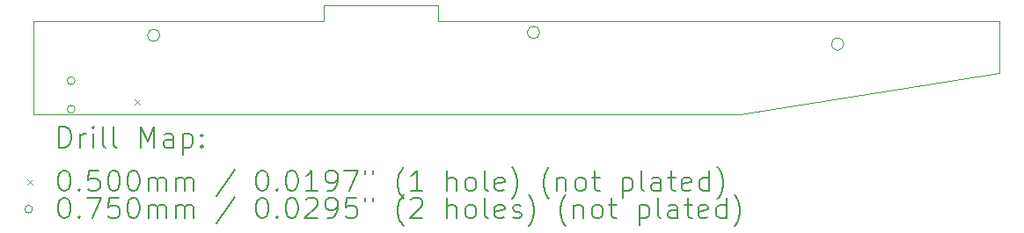
<source format=gbr>
%TF.GenerationSoftware,KiCad,Pcbnew,6.0.9-8da3e8f707~116~ubuntu22.04.1*%
%TF.CreationDate,2022-12-05T14:03:31-05:00*%
%TF.ProjectId,OSSG_v0p5,4f535347-5f76-4307-9035-2e6b69636164,v0.4*%
%TF.SameCoordinates,Original*%
%TF.FileFunction,Drillmap*%
%TF.FilePolarity,Positive*%
%FSLAX45Y45*%
G04 Gerber Fmt 4.5, Leading zero omitted, Abs format (unit mm)*
G04 Created by KiCad (PCBNEW 6.0.9-8da3e8f707~116~ubuntu22.04.1) date 2022-12-05 14:03:31*
%MOMM*%
%LPD*%
G01*
G04 APERTURE LIST*
%ADD10C,0.100000*%
%ADD11C,0.200000*%
%ADD12C,0.050000*%
%ADD13C,0.075000*%
G04 APERTURE END LIST*
D10*
X7920000Y-7635000D02*
G75*
G03*
X7920000Y-7635000I-60000J0D01*
G01*
X6700000Y-8400000D02*
X6700000Y-7500000D01*
X6700000Y-7500000D02*
X9500000Y-7500000D01*
X10600000Y-7350000D02*
X10600000Y-7500000D01*
X14502500Y-7720000D02*
G75*
G03*
X14502500Y-7720000I-60000J0D01*
G01*
X9500000Y-7350000D02*
X10600000Y-7350000D01*
X10600000Y-7500000D02*
X16000000Y-7500000D01*
X6700000Y-8400000D02*
X13500000Y-8400000D01*
X13500000Y-8400000D02*
X16000000Y-8000000D01*
X11575000Y-7607500D02*
G75*
G03*
X11575000Y-7607500I-60000J0D01*
G01*
X16000000Y-8000000D02*
X16000000Y-7500000D01*
X9500000Y-7500000D02*
X9500000Y-7350000D01*
D11*
D12*
X7675000Y-8255000D02*
X7725000Y-8305000D01*
X7725000Y-8255000D02*
X7675000Y-8305000D01*
D13*
X7102500Y-8072500D02*
G75*
G03*
X7102500Y-8072500I-37500J0D01*
G01*
X7102500Y-8347500D02*
G75*
G03*
X7102500Y-8347500I-37500J0D01*
G01*
D11*
X6952619Y-8715476D02*
X6952619Y-8515476D01*
X7000238Y-8515476D01*
X7028809Y-8525000D01*
X7047857Y-8544048D01*
X7057381Y-8563095D01*
X7066905Y-8601190D01*
X7066905Y-8629762D01*
X7057381Y-8667857D01*
X7047857Y-8686905D01*
X7028809Y-8705952D01*
X7000238Y-8715476D01*
X6952619Y-8715476D01*
X7152619Y-8715476D02*
X7152619Y-8582143D01*
X7152619Y-8620238D02*
X7162143Y-8601190D01*
X7171667Y-8591667D01*
X7190714Y-8582143D01*
X7209762Y-8582143D01*
X7276428Y-8715476D02*
X7276428Y-8582143D01*
X7276428Y-8515476D02*
X7266905Y-8525000D01*
X7276428Y-8534524D01*
X7285952Y-8525000D01*
X7276428Y-8515476D01*
X7276428Y-8534524D01*
X7400238Y-8715476D02*
X7381190Y-8705952D01*
X7371667Y-8686905D01*
X7371667Y-8515476D01*
X7505000Y-8715476D02*
X7485952Y-8705952D01*
X7476428Y-8686905D01*
X7476428Y-8515476D01*
X7733571Y-8715476D02*
X7733571Y-8515476D01*
X7800238Y-8658333D01*
X7866905Y-8515476D01*
X7866905Y-8715476D01*
X8047857Y-8715476D02*
X8047857Y-8610714D01*
X8038333Y-8591667D01*
X8019286Y-8582143D01*
X7981190Y-8582143D01*
X7962143Y-8591667D01*
X8047857Y-8705952D02*
X8028809Y-8715476D01*
X7981190Y-8715476D01*
X7962143Y-8705952D01*
X7952619Y-8686905D01*
X7952619Y-8667857D01*
X7962143Y-8648810D01*
X7981190Y-8639286D01*
X8028809Y-8639286D01*
X8047857Y-8629762D01*
X8143095Y-8582143D02*
X8143095Y-8782143D01*
X8143095Y-8591667D02*
X8162143Y-8582143D01*
X8200238Y-8582143D01*
X8219286Y-8591667D01*
X8228809Y-8601190D01*
X8238333Y-8620238D01*
X8238333Y-8677381D01*
X8228809Y-8696429D01*
X8219286Y-8705952D01*
X8200238Y-8715476D01*
X8162143Y-8715476D01*
X8143095Y-8705952D01*
X8324048Y-8696429D02*
X8333571Y-8705952D01*
X8324048Y-8715476D01*
X8314524Y-8705952D01*
X8324048Y-8696429D01*
X8324048Y-8715476D01*
X8324048Y-8591667D02*
X8333571Y-8601190D01*
X8324048Y-8610714D01*
X8314524Y-8601190D01*
X8324048Y-8591667D01*
X8324048Y-8610714D01*
D12*
X6645000Y-9020000D02*
X6695000Y-9070000D01*
X6695000Y-9020000D02*
X6645000Y-9070000D01*
D11*
X6990714Y-8935476D02*
X7009762Y-8935476D01*
X7028809Y-8945000D01*
X7038333Y-8954524D01*
X7047857Y-8973571D01*
X7057381Y-9011667D01*
X7057381Y-9059286D01*
X7047857Y-9097381D01*
X7038333Y-9116429D01*
X7028809Y-9125952D01*
X7009762Y-9135476D01*
X6990714Y-9135476D01*
X6971667Y-9125952D01*
X6962143Y-9116429D01*
X6952619Y-9097381D01*
X6943095Y-9059286D01*
X6943095Y-9011667D01*
X6952619Y-8973571D01*
X6962143Y-8954524D01*
X6971667Y-8945000D01*
X6990714Y-8935476D01*
X7143095Y-9116429D02*
X7152619Y-9125952D01*
X7143095Y-9135476D01*
X7133571Y-9125952D01*
X7143095Y-9116429D01*
X7143095Y-9135476D01*
X7333571Y-8935476D02*
X7238333Y-8935476D01*
X7228809Y-9030714D01*
X7238333Y-9021190D01*
X7257381Y-9011667D01*
X7305000Y-9011667D01*
X7324048Y-9021190D01*
X7333571Y-9030714D01*
X7343095Y-9049762D01*
X7343095Y-9097381D01*
X7333571Y-9116429D01*
X7324048Y-9125952D01*
X7305000Y-9135476D01*
X7257381Y-9135476D01*
X7238333Y-9125952D01*
X7228809Y-9116429D01*
X7466905Y-8935476D02*
X7485952Y-8935476D01*
X7505000Y-8945000D01*
X7514524Y-8954524D01*
X7524048Y-8973571D01*
X7533571Y-9011667D01*
X7533571Y-9059286D01*
X7524048Y-9097381D01*
X7514524Y-9116429D01*
X7505000Y-9125952D01*
X7485952Y-9135476D01*
X7466905Y-9135476D01*
X7447857Y-9125952D01*
X7438333Y-9116429D01*
X7428809Y-9097381D01*
X7419286Y-9059286D01*
X7419286Y-9011667D01*
X7428809Y-8973571D01*
X7438333Y-8954524D01*
X7447857Y-8945000D01*
X7466905Y-8935476D01*
X7657381Y-8935476D02*
X7676428Y-8935476D01*
X7695476Y-8945000D01*
X7705000Y-8954524D01*
X7714524Y-8973571D01*
X7724048Y-9011667D01*
X7724048Y-9059286D01*
X7714524Y-9097381D01*
X7705000Y-9116429D01*
X7695476Y-9125952D01*
X7676428Y-9135476D01*
X7657381Y-9135476D01*
X7638333Y-9125952D01*
X7628809Y-9116429D01*
X7619286Y-9097381D01*
X7609762Y-9059286D01*
X7609762Y-9011667D01*
X7619286Y-8973571D01*
X7628809Y-8954524D01*
X7638333Y-8945000D01*
X7657381Y-8935476D01*
X7809762Y-9135476D02*
X7809762Y-9002143D01*
X7809762Y-9021190D02*
X7819286Y-9011667D01*
X7838333Y-9002143D01*
X7866905Y-9002143D01*
X7885952Y-9011667D01*
X7895476Y-9030714D01*
X7895476Y-9135476D01*
X7895476Y-9030714D02*
X7905000Y-9011667D01*
X7924048Y-9002143D01*
X7952619Y-9002143D01*
X7971667Y-9011667D01*
X7981190Y-9030714D01*
X7981190Y-9135476D01*
X8076428Y-9135476D02*
X8076428Y-9002143D01*
X8076428Y-9021190D02*
X8085952Y-9011667D01*
X8105000Y-9002143D01*
X8133571Y-9002143D01*
X8152619Y-9011667D01*
X8162143Y-9030714D01*
X8162143Y-9135476D01*
X8162143Y-9030714D02*
X8171667Y-9011667D01*
X8190714Y-9002143D01*
X8219286Y-9002143D01*
X8238333Y-9011667D01*
X8247857Y-9030714D01*
X8247857Y-9135476D01*
X8638333Y-8925952D02*
X8466905Y-9183095D01*
X8895476Y-8935476D02*
X8914524Y-8935476D01*
X8933571Y-8945000D01*
X8943095Y-8954524D01*
X8952619Y-8973571D01*
X8962143Y-9011667D01*
X8962143Y-9059286D01*
X8952619Y-9097381D01*
X8943095Y-9116429D01*
X8933571Y-9125952D01*
X8914524Y-9135476D01*
X8895476Y-9135476D01*
X8876429Y-9125952D01*
X8866905Y-9116429D01*
X8857381Y-9097381D01*
X8847857Y-9059286D01*
X8847857Y-9011667D01*
X8857381Y-8973571D01*
X8866905Y-8954524D01*
X8876429Y-8945000D01*
X8895476Y-8935476D01*
X9047857Y-9116429D02*
X9057381Y-9125952D01*
X9047857Y-9135476D01*
X9038333Y-9125952D01*
X9047857Y-9116429D01*
X9047857Y-9135476D01*
X9181190Y-8935476D02*
X9200238Y-8935476D01*
X9219286Y-8945000D01*
X9228810Y-8954524D01*
X9238333Y-8973571D01*
X9247857Y-9011667D01*
X9247857Y-9059286D01*
X9238333Y-9097381D01*
X9228810Y-9116429D01*
X9219286Y-9125952D01*
X9200238Y-9135476D01*
X9181190Y-9135476D01*
X9162143Y-9125952D01*
X9152619Y-9116429D01*
X9143095Y-9097381D01*
X9133571Y-9059286D01*
X9133571Y-9011667D01*
X9143095Y-8973571D01*
X9152619Y-8954524D01*
X9162143Y-8945000D01*
X9181190Y-8935476D01*
X9438333Y-9135476D02*
X9324048Y-9135476D01*
X9381190Y-9135476D02*
X9381190Y-8935476D01*
X9362143Y-8964048D01*
X9343095Y-8983095D01*
X9324048Y-8992619D01*
X9533571Y-9135476D02*
X9571667Y-9135476D01*
X9590714Y-9125952D01*
X9600238Y-9116429D01*
X9619286Y-9087857D01*
X9628810Y-9049762D01*
X9628810Y-8973571D01*
X9619286Y-8954524D01*
X9609762Y-8945000D01*
X9590714Y-8935476D01*
X9552619Y-8935476D01*
X9533571Y-8945000D01*
X9524048Y-8954524D01*
X9514524Y-8973571D01*
X9514524Y-9021190D01*
X9524048Y-9040238D01*
X9533571Y-9049762D01*
X9552619Y-9059286D01*
X9590714Y-9059286D01*
X9609762Y-9049762D01*
X9619286Y-9040238D01*
X9628810Y-9021190D01*
X9695476Y-8935476D02*
X9828810Y-8935476D01*
X9743095Y-9135476D01*
X9895476Y-8935476D02*
X9895476Y-8973571D01*
X9971667Y-8935476D02*
X9971667Y-8973571D01*
X10266905Y-9211667D02*
X10257381Y-9202143D01*
X10238333Y-9173571D01*
X10228810Y-9154524D01*
X10219286Y-9125952D01*
X10209762Y-9078333D01*
X10209762Y-9040238D01*
X10219286Y-8992619D01*
X10228810Y-8964048D01*
X10238333Y-8945000D01*
X10257381Y-8916429D01*
X10266905Y-8906905D01*
X10447857Y-9135476D02*
X10333571Y-9135476D01*
X10390714Y-9135476D02*
X10390714Y-8935476D01*
X10371667Y-8964048D01*
X10352619Y-8983095D01*
X10333571Y-8992619D01*
X10685952Y-9135476D02*
X10685952Y-8935476D01*
X10771667Y-9135476D02*
X10771667Y-9030714D01*
X10762143Y-9011667D01*
X10743095Y-9002143D01*
X10714524Y-9002143D01*
X10695476Y-9011667D01*
X10685952Y-9021190D01*
X10895476Y-9135476D02*
X10876429Y-9125952D01*
X10866905Y-9116429D01*
X10857381Y-9097381D01*
X10857381Y-9040238D01*
X10866905Y-9021190D01*
X10876429Y-9011667D01*
X10895476Y-9002143D01*
X10924048Y-9002143D01*
X10943095Y-9011667D01*
X10952619Y-9021190D01*
X10962143Y-9040238D01*
X10962143Y-9097381D01*
X10952619Y-9116429D01*
X10943095Y-9125952D01*
X10924048Y-9135476D01*
X10895476Y-9135476D01*
X11076429Y-9135476D02*
X11057381Y-9125952D01*
X11047857Y-9106905D01*
X11047857Y-8935476D01*
X11228809Y-9125952D02*
X11209762Y-9135476D01*
X11171667Y-9135476D01*
X11152619Y-9125952D01*
X11143095Y-9106905D01*
X11143095Y-9030714D01*
X11152619Y-9011667D01*
X11171667Y-9002143D01*
X11209762Y-9002143D01*
X11228809Y-9011667D01*
X11238333Y-9030714D01*
X11238333Y-9049762D01*
X11143095Y-9068810D01*
X11305000Y-9211667D02*
X11314524Y-9202143D01*
X11333571Y-9173571D01*
X11343095Y-9154524D01*
X11352619Y-9125952D01*
X11362143Y-9078333D01*
X11362143Y-9040238D01*
X11352619Y-8992619D01*
X11343095Y-8964048D01*
X11333571Y-8945000D01*
X11314524Y-8916429D01*
X11305000Y-8906905D01*
X11666905Y-9211667D02*
X11657381Y-9202143D01*
X11638333Y-9173571D01*
X11628809Y-9154524D01*
X11619286Y-9125952D01*
X11609762Y-9078333D01*
X11609762Y-9040238D01*
X11619286Y-8992619D01*
X11628809Y-8964048D01*
X11638333Y-8945000D01*
X11657381Y-8916429D01*
X11666905Y-8906905D01*
X11743095Y-9002143D02*
X11743095Y-9135476D01*
X11743095Y-9021190D02*
X11752619Y-9011667D01*
X11771667Y-9002143D01*
X11800238Y-9002143D01*
X11819286Y-9011667D01*
X11828809Y-9030714D01*
X11828809Y-9135476D01*
X11952619Y-9135476D02*
X11933571Y-9125952D01*
X11924048Y-9116429D01*
X11914524Y-9097381D01*
X11914524Y-9040238D01*
X11924048Y-9021190D01*
X11933571Y-9011667D01*
X11952619Y-9002143D01*
X11981190Y-9002143D01*
X12000238Y-9011667D01*
X12009762Y-9021190D01*
X12019286Y-9040238D01*
X12019286Y-9097381D01*
X12009762Y-9116429D01*
X12000238Y-9125952D01*
X11981190Y-9135476D01*
X11952619Y-9135476D01*
X12076428Y-9002143D02*
X12152619Y-9002143D01*
X12105000Y-8935476D02*
X12105000Y-9106905D01*
X12114524Y-9125952D01*
X12133571Y-9135476D01*
X12152619Y-9135476D01*
X12371667Y-9002143D02*
X12371667Y-9202143D01*
X12371667Y-9011667D02*
X12390714Y-9002143D01*
X12428809Y-9002143D01*
X12447857Y-9011667D01*
X12457381Y-9021190D01*
X12466905Y-9040238D01*
X12466905Y-9097381D01*
X12457381Y-9116429D01*
X12447857Y-9125952D01*
X12428809Y-9135476D01*
X12390714Y-9135476D01*
X12371667Y-9125952D01*
X12581190Y-9135476D02*
X12562143Y-9125952D01*
X12552619Y-9106905D01*
X12552619Y-8935476D01*
X12743095Y-9135476D02*
X12743095Y-9030714D01*
X12733571Y-9011667D01*
X12714524Y-9002143D01*
X12676428Y-9002143D01*
X12657381Y-9011667D01*
X12743095Y-9125952D02*
X12724048Y-9135476D01*
X12676428Y-9135476D01*
X12657381Y-9125952D01*
X12647857Y-9106905D01*
X12647857Y-9087857D01*
X12657381Y-9068810D01*
X12676428Y-9059286D01*
X12724048Y-9059286D01*
X12743095Y-9049762D01*
X12809762Y-9002143D02*
X12885952Y-9002143D01*
X12838333Y-8935476D02*
X12838333Y-9106905D01*
X12847857Y-9125952D01*
X12866905Y-9135476D01*
X12885952Y-9135476D01*
X13028809Y-9125952D02*
X13009762Y-9135476D01*
X12971667Y-9135476D01*
X12952619Y-9125952D01*
X12943095Y-9106905D01*
X12943095Y-9030714D01*
X12952619Y-9011667D01*
X12971667Y-9002143D01*
X13009762Y-9002143D01*
X13028809Y-9011667D01*
X13038333Y-9030714D01*
X13038333Y-9049762D01*
X12943095Y-9068810D01*
X13209762Y-9135476D02*
X13209762Y-8935476D01*
X13209762Y-9125952D02*
X13190714Y-9135476D01*
X13152619Y-9135476D01*
X13133571Y-9125952D01*
X13124048Y-9116429D01*
X13114524Y-9097381D01*
X13114524Y-9040238D01*
X13124048Y-9021190D01*
X13133571Y-9011667D01*
X13152619Y-9002143D01*
X13190714Y-9002143D01*
X13209762Y-9011667D01*
X13285952Y-9211667D02*
X13295476Y-9202143D01*
X13314524Y-9173571D01*
X13324048Y-9154524D01*
X13333571Y-9125952D01*
X13343095Y-9078333D01*
X13343095Y-9040238D01*
X13333571Y-8992619D01*
X13324048Y-8964048D01*
X13314524Y-8945000D01*
X13295476Y-8916429D01*
X13285952Y-8906905D01*
D13*
X6695000Y-9309000D02*
G75*
G03*
X6695000Y-9309000I-37500J0D01*
G01*
D11*
X6990714Y-9199476D02*
X7009762Y-9199476D01*
X7028809Y-9209000D01*
X7038333Y-9218524D01*
X7047857Y-9237571D01*
X7057381Y-9275667D01*
X7057381Y-9323286D01*
X7047857Y-9361381D01*
X7038333Y-9380429D01*
X7028809Y-9389952D01*
X7009762Y-9399476D01*
X6990714Y-9399476D01*
X6971667Y-9389952D01*
X6962143Y-9380429D01*
X6952619Y-9361381D01*
X6943095Y-9323286D01*
X6943095Y-9275667D01*
X6952619Y-9237571D01*
X6962143Y-9218524D01*
X6971667Y-9209000D01*
X6990714Y-9199476D01*
X7143095Y-9380429D02*
X7152619Y-9389952D01*
X7143095Y-9399476D01*
X7133571Y-9389952D01*
X7143095Y-9380429D01*
X7143095Y-9399476D01*
X7219286Y-9199476D02*
X7352619Y-9199476D01*
X7266905Y-9399476D01*
X7524048Y-9199476D02*
X7428809Y-9199476D01*
X7419286Y-9294714D01*
X7428809Y-9285190D01*
X7447857Y-9275667D01*
X7495476Y-9275667D01*
X7514524Y-9285190D01*
X7524048Y-9294714D01*
X7533571Y-9313762D01*
X7533571Y-9361381D01*
X7524048Y-9380429D01*
X7514524Y-9389952D01*
X7495476Y-9399476D01*
X7447857Y-9399476D01*
X7428809Y-9389952D01*
X7419286Y-9380429D01*
X7657381Y-9199476D02*
X7676428Y-9199476D01*
X7695476Y-9209000D01*
X7705000Y-9218524D01*
X7714524Y-9237571D01*
X7724048Y-9275667D01*
X7724048Y-9323286D01*
X7714524Y-9361381D01*
X7705000Y-9380429D01*
X7695476Y-9389952D01*
X7676428Y-9399476D01*
X7657381Y-9399476D01*
X7638333Y-9389952D01*
X7628809Y-9380429D01*
X7619286Y-9361381D01*
X7609762Y-9323286D01*
X7609762Y-9275667D01*
X7619286Y-9237571D01*
X7628809Y-9218524D01*
X7638333Y-9209000D01*
X7657381Y-9199476D01*
X7809762Y-9399476D02*
X7809762Y-9266143D01*
X7809762Y-9285190D02*
X7819286Y-9275667D01*
X7838333Y-9266143D01*
X7866905Y-9266143D01*
X7885952Y-9275667D01*
X7895476Y-9294714D01*
X7895476Y-9399476D01*
X7895476Y-9294714D02*
X7905000Y-9275667D01*
X7924048Y-9266143D01*
X7952619Y-9266143D01*
X7971667Y-9275667D01*
X7981190Y-9294714D01*
X7981190Y-9399476D01*
X8076428Y-9399476D02*
X8076428Y-9266143D01*
X8076428Y-9285190D02*
X8085952Y-9275667D01*
X8105000Y-9266143D01*
X8133571Y-9266143D01*
X8152619Y-9275667D01*
X8162143Y-9294714D01*
X8162143Y-9399476D01*
X8162143Y-9294714D02*
X8171667Y-9275667D01*
X8190714Y-9266143D01*
X8219286Y-9266143D01*
X8238333Y-9275667D01*
X8247857Y-9294714D01*
X8247857Y-9399476D01*
X8638333Y-9189952D02*
X8466905Y-9447095D01*
X8895476Y-9199476D02*
X8914524Y-9199476D01*
X8933571Y-9209000D01*
X8943095Y-9218524D01*
X8952619Y-9237571D01*
X8962143Y-9275667D01*
X8962143Y-9323286D01*
X8952619Y-9361381D01*
X8943095Y-9380429D01*
X8933571Y-9389952D01*
X8914524Y-9399476D01*
X8895476Y-9399476D01*
X8876429Y-9389952D01*
X8866905Y-9380429D01*
X8857381Y-9361381D01*
X8847857Y-9323286D01*
X8847857Y-9275667D01*
X8857381Y-9237571D01*
X8866905Y-9218524D01*
X8876429Y-9209000D01*
X8895476Y-9199476D01*
X9047857Y-9380429D02*
X9057381Y-9389952D01*
X9047857Y-9399476D01*
X9038333Y-9389952D01*
X9047857Y-9380429D01*
X9047857Y-9399476D01*
X9181190Y-9199476D02*
X9200238Y-9199476D01*
X9219286Y-9209000D01*
X9228810Y-9218524D01*
X9238333Y-9237571D01*
X9247857Y-9275667D01*
X9247857Y-9323286D01*
X9238333Y-9361381D01*
X9228810Y-9380429D01*
X9219286Y-9389952D01*
X9200238Y-9399476D01*
X9181190Y-9399476D01*
X9162143Y-9389952D01*
X9152619Y-9380429D01*
X9143095Y-9361381D01*
X9133571Y-9323286D01*
X9133571Y-9275667D01*
X9143095Y-9237571D01*
X9152619Y-9218524D01*
X9162143Y-9209000D01*
X9181190Y-9199476D01*
X9324048Y-9218524D02*
X9333571Y-9209000D01*
X9352619Y-9199476D01*
X9400238Y-9199476D01*
X9419286Y-9209000D01*
X9428810Y-9218524D01*
X9438333Y-9237571D01*
X9438333Y-9256619D01*
X9428810Y-9285190D01*
X9314524Y-9399476D01*
X9438333Y-9399476D01*
X9533571Y-9399476D02*
X9571667Y-9399476D01*
X9590714Y-9389952D01*
X9600238Y-9380429D01*
X9619286Y-9351857D01*
X9628810Y-9313762D01*
X9628810Y-9237571D01*
X9619286Y-9218524D01*
X9609762Y-9209000D01*
X9590714Y-9199476D01*
X9552619Y-9199476D01*
X9533571Y-9209000D01*
X9524048Y-9218524D01*
X9514524Y-9237571D01*
X9514524Y-9285190D01*
X9524048Y-9304238D01*
X9533571Y-9313762D01*
X9552619Y-9323286D01*
X9590714Y-9323286D01*
X9609762Y-9313762D01*
X9619286Y-9304238D01*
X9628810Y-9285190D01*
X9809762Y-9199476D02*
X9714524Y-9199476D01*
X9705000Y-9294714D01*
X9714524Y-9285190D01*
X9733571Y-9275667D01*
X9781190Y-9275667D01*
X9800238Y-9285190D01*
X9809762Y-9294714D01*
X9819286Y-9313762D01*
X9819286Y-9361381D01*
X9809762Y-9380429D01*
X9800238Y-9389952D01*
X9781190Y-9399476D01*
X9733571Y-9399476D01*
X9714524Y-9389952D01*
X9705000Y-9380429D01*
X9895476Y-9199476D02*
X9895476Y-9237571D01*
X9971667Y-9199476D02*
X9971667Y-9237571D01*
X10266905Y-9475667D02*
X10257381Y-9466143D01*
X10238333Y-9437571D01*
X10228810Y-9418524D01*
X10219286Y-9389952D01*
X10209762Y-9342333D01*
X10209762Y-9304238D01*
X10219286Y-9256619D01*
X10228810Y-9228048D01*
X10238333Y-9209000D01*
X10257381Y-9180429D01*
X10266905Y-9170905D01*
X10333571Y-9218524D02*
X10343095Y-9209000D01*
X10362143Y-9199476D01*
X10409762Y-9199476D01*
X10428810Y-9209000D01*
X10438333Y-9218524D01*
X10447857Y-9237571D01*
X10447857Y-9256619D01*
X10438333Y-9285190D01*
X10324048Y-9399476D01*
X10447857Y-9399476D01*
X10685952Y-9399476D02*
X10685952Y-9199476D01*
X10771667Y-9399476D02*
X10771667Y-9294714D01*
X10762143Y-9275667D01*
X10743095Y-9266143D01*
X10714524Y-9266143D01*
X10695476Y-9275667D01*
X10685952Y-9285190D01*
X10895476Y-9399476D02*
X10876429Y-9389952D01*
X10866905Y-9380429D01*
X10857381Y-9361381D01*
X10857381Y-9304238D01*
X10866905Y-9285190D01*
X10876429Y-9275667D01*
X10895476Y-9266143D01*
X10924048Y-9266143D01*
X10943095Y-9275667D01*
X10952619Y-9285190D01*
X10962143Y-9304238D01*
X10962143Y-9361381D01*
X10952619Y-9380429D01*
X10943095Y-9389952D01*
X10924048Y-9399476D01*
X10895476Y-9399476D01*
X11076429Y-9399476D02*
X11057381Y-9389952D01*
X11047857Y-9370905D01*
X11047857Y-9199476D01*
X11228809Y-9389952D02*
X11209762Y-9399476D01*
X11171667Y-9399476D01*
X11152619Y-9389952D01*
X11143095Y-9370905D01*
X11143095Y-9294714D01*
X11152619Y-9275667D01*
X11171667Y-9266143D01*
X11209762Y-9266143D01*
X11228809Y-9275667D01*
X11238333Y-9294714D01*
X11238333Y-9313762D01*
X11143095Y-9332810D01*
X11314524Y-9389952D02*
X11333571Y-9399476D01*
X11371667Y-9399476D01*
X11390714Y-9389952D01*
X11400238Y-9370905D01*
X11400238Y-9361381D01*
X11390714Y-9342333D01*
X11371667Y-9332810D01*
X11343095Y-9332810D01*
X11324048Y-9323286D01*
X11314524Y-9304238D01*
X11314524Y-9294714D01*
X11324048Y-9275667D01*
X11343095Y-9266143D01*
X11371667Y-9266143D01*
X11390714Y-9275667D01*
X11466905Y-9475667D02*
X11476428Y-9466143D01*
X11495476Y-9437571D01*
X11505000Y-9418524D01*
X11514524Y-9389952D01*
X11524048Y-9342333D01*
X11524048Y-9304238D01*
X11514524Y-9256619D01*
X11505000Y-9228048D01*
X11495476Y-9209000D01*
X11476428Y-9180429D01*
X11466905Y-9170905D01*
X11828809Y-9475667D02*
X11819286Y-9466143D01*
X11800238Y-9437571D01*
X11790714Y-9418524D01*
X11781190Y-9389952D01*
X11771667Y-9342333D01*
X11771667Y-9304238D01*
X11781190Y-9256619D01*
X11790714Y-9228048D01*
X11800238Y-9209000D01*
X11819286Y-9180429D01*
X11828809Y-9170905D01*
X11905000Y-9266143D02*
X11905000Y-9399476D01*
X11905000Y-9285190D02*
X11914524Y-9275667D01*
X11933571Y-9266143D01*
X11962143Y-9266143D01*
X11981190Y-9275667D01*
X11990714Y-9294714D01*
X11990714Y-9399476D01*
X12114524Y-9399476D02*
X12095476Y-9389952D01*
X12085952Y-9380429D01*
X12076428Y-9361381D01*
X12076428Y-9304238D01*
X12085952Y-9285190D01*
X12095476Y-9275667D01*
X12114524Y-9266143D01*
X12143095Y-9266143D01*
X12162143Y-9275667D01*
X12171667Y-9285190D01*
X12181190Y-9304238D01*
X12181190Y-9361381D01*
X12171667Y-9380429D01*
X12162143Y-9389952D01*
X12143095Y-9399476D01*
X12114524Y-9399476D01*
X12238333Y-9266143D02*
X12314524Y-9266143D01*
X12266905Y-9199476D02*
X12266905Y-9370905D01*
X12276428Y-9389952D01*
X12295476Y-9399476D01*
X12314524Y-9399476D01*
X12533571Y-9266143D02*
X12533571Y-9466143D01*
X12533571Y-9275667D02*
X12552619Y-9266143D01*
X12590714Y-9266143D01*
X12609762Y-9275667D01*
X12619286Y-9285190D01*
X12628809Y-9304238D01*
X12628809Y-9361381D01*
X12619286Y-9380429D01*
X12609762Y-9389952D01*
X12590714Y-9399476D01*
X12552619Y-9399476D01*
X12533571Y-9389952D01*
X12743095Y-9399476D02*
X12724048Y-9389952D01*
X12714524Y-9370905D01*
X12714524Y-9199476D01*
X12905000Y-9399476D02*
X12905000Y-9294714D01*
X12895476Y-9275667D01*
X12876428Y-9266143D01*
X12838333Y-9266143D01*
X12819286Y-9275667D01*
X12905000Y-9389952D02*
X12885952Y-9399476D01*
X12838333Y-9399476D01*
X12819286Y-9389952D01*
X12809762Y-9370905D01*
X12809762Y-9351857D01*
X12819286Y-9332810D01*
X12838333Y-9323286D01*
X12885952Y-9323286D01*
X12905000Y-9313762D01*
X12971667Y-9266143D02*
X13047857Y-9266143D01*
X13000238Y-9199476D02*
X13000238Y-9370905D01*
X13009762Y-9389952D01*
X13028809Y-9399476D01*
X13047857Y-9399476D01*
X13190714Y-9389952D02*
X13171667Y-9399476D01*
X13133571Y-9399476D01*
X13114524Y-9389952D01*
X13105000Y-9370905D01*
X13105000Y-9294714D01*
X13114524Y-9275667D01*
X13133571Y-9266143D01*
X13171667Y-9266143D01*
X13190714Y-9275667D01*
X13200238Y-9294714D01*
X13200238Y-9313762D01*
X13105000Y-9332810D01*
X13371667Y-9399476D02*
X13371667Y-9199476D01*
X13371667Y-9389952D02*
X13352619Y-9399476D01*
X13314524Y-9399476D01*
X13295476Y-9389952D01*
X13285952Y-9380429D01*
X13276428Y-9361381D01*
X13276428Y-9304238D01*
X13285952Y-9285190D01*
X13295476Y-9275667D01*
X13314524Y-9266143D01*
X13352619Y-9266143D01*
X13371667Y-9275667D01*
X13447857Y-9475667D02*
X13457381Y-9466143D01*
X13476428Y-9437571D01*
X13485952Y-9418524D01*
X13495476Y-9389952D01*
X13505000Y-9342333D01*
X13505000Y-9304238D01*
X13495476Y-9256619D01*
X13485952Y-9228048D01*
X13476428Y-9209000D01*
X13457381Y-9180429D01*
X13447857Y-9170905D01*
M02*

</source>
